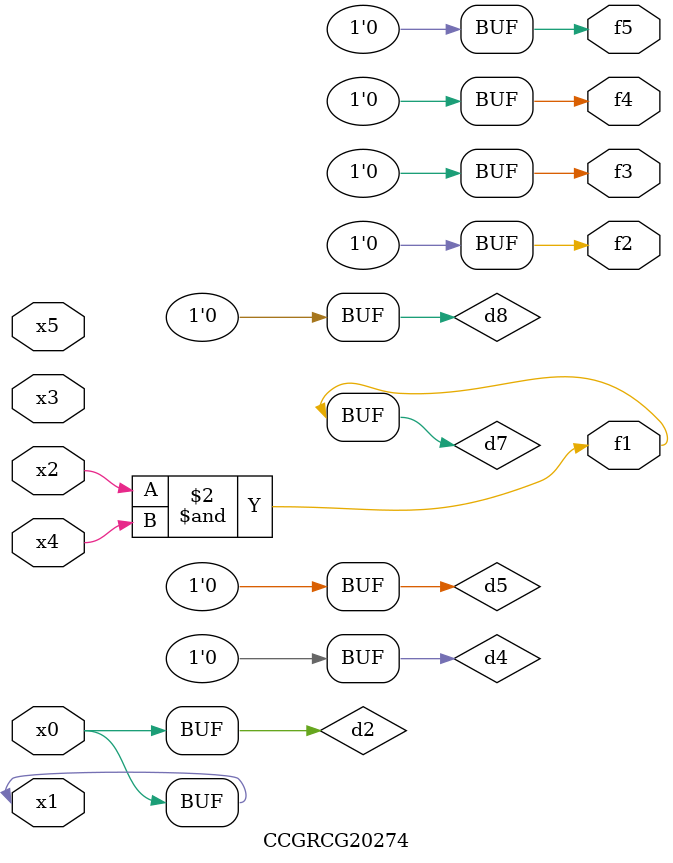
<source format=v>
module CCGRCG20274(
	input x0, x1, x2, x3, x4, x5,
	output f1, f2, f3, f4, f5
);

	wire d1, d2, d3, d4, d5, d6, d7, d8, d9;

	nand (d1, x1);
	buf (d2, x0, x1);
	nand (d3, x2, x4);
	and (d4, d1, d2);
	and (d5, d1, d2);
	nand (d6, d1, d3);
	not (d7, d3);
	xor (d8, d5);
	nor (d9, d5, d6);
	assign f1 = d7;
	assign f2 = d8;
	assign f3 = d8;
	assign f4 = d8;
	assign f5 = d8;
endmodule

</source>
